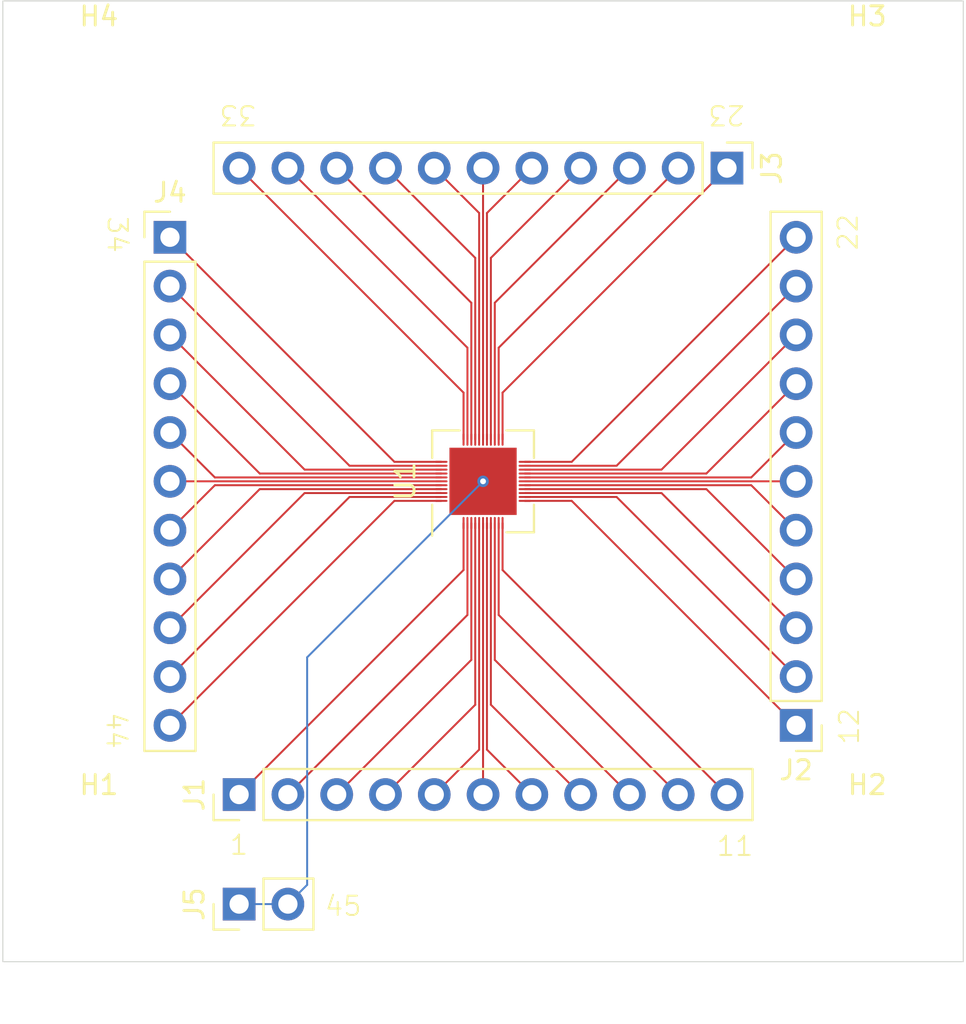
<source format=kicad_pcb>
(kicad_pcb (version 20240108) (generator "pcbnew") (generator_version "8.0")
  (layers (0 "F.Cu" signal) (31 "B.Cu" signal) (34 "B.Paste" user) (35 "F.Paste" user) (36 "B.SilkS" user "B.Silkscreen") (37 "F.SilkS" user "F.Silkscreen") (38 "B.Mask" user) (39 "F.Mask" user) (44 "Edge.Cuts" user))
  (net 0 "")
  (net 1 "Net-(J1-Pin_3)")
  (net 2 "Net-(J1-Pin_10)")
  (net 3 "Net-(J1-Pin_2)")
  (net 4 "Net-(J1-Pin_9)")
  (net 5 "Net-(J1-Pin_8)")
  (net 6 "Net-(J1-Pin_5)")
  (net 7 "Net-(J1-Pin_1)")
  (net 8 "Net-(J1-Pin_11)")
  (net 9 "Net-(J1-Pin_6)")
  (net 10 "Net-(J1-Pin_7)")
  (net 11 "Net-(J1-Pin_4)")
  (net 12 "Net-(J2-Pin_11)")
  (net 13 "Net-(J2-Pin_1)")
  (net 14 "Net-(J2-Pin_3)")
  (net 15 "Net-(J2-Pin_10)")
  (net 16 "Net-(J2-Pin_7)")
  (net 17 "Net-(J2-Pin_8)")
  (net 18 "Net-(J2-Pin_6)")
  (net 19 "Net-(J2-Pin_4)")
  (net 20 "Net-(J2-Pin_5)")
  (net 21 "Net-(J2-Pin_2)")
  (net 22 "Net-(J2-Pin_9)")
  (net 23 "Net-(J3-Pin_10)")
  (net 24 "Net-(J3-Pin_2)")
  (net 25 "Net-(J3-Pin_11)")
  (net 26 "Net-(J3-Pin_4)")
  (net 27 "Net-(J3-Pin_7)")
  (net 28 "Net-(J3-Pin_9)")
  (net 29 "Net-(J3-Pin_3)")
  (net 30 "Net-(J3-Pin_5)")
  (net 31 "Net-(J3-Pin_1)")
  (net 32 "Net-(J3-Pin_6)")
  (net 33 "Net-(J3-Pin_8)")
  (net 34 "Net-(J4-Pin_4)")
  (net 35 "Net-(J4-Pin_2)")
  (net 36 "Net-(J4-Pin_10)")
  (net 37 "Net-(J4-Pin_7)")
  (net 38 "Net-(J4-Pin_6)")
  (net 39 "Net-(J4-Pin_3)")
  (net 40 "Net-(J4-Pin_8)")
  (net 41 "Net-(J4-Pin_11)")
  (net 42 "Net-(J4-Pin_9)")
  (net 43 "Net-(J4-Pin_1)")
  (net 44 "Net-(J4-Pin_5)")
  (net 45 "Net-(J5-Pin_1)")
  (footprint "Connector_PinHeader_2.54mm:PinHeader_1x02_P2.54mm_Vertical" (layer "F.Cu") (at 137.3 122 90)
    (property "Reference" "J5" (at 0 -2.33 90) (layer "F.SilkS"))
    (property "Value" "Conn_01x02_Pin")
    (fp_line (start -1.33 -1.33) (end 0 -1.33) (stroke (width 0.12)) (layer "F.SilkS"))
    (fp_line (start -1.33 0) (end -1.33 -1.33) (stroke (width 0.12)) (layer "F.SilkS"))
    (fp_line (start 1.33 1.27) (end 1.33 3.87) (stroke (width 0.12)) (layer "F.SilkS"))
    (fp_line (start -1.33 1.27) (end 1.33 1.27) (stroke (width 0.12)) (layer "F.SilkS"))
    (fp_line (start -1.33 1.27) (end -1.33 3.87) (stroke (width 0.12)) (layer "F.SilkS"))
    (fp_line (start -1.33 3.87) (end 1.33 3.87) (stroke (width 0.12)) (layer "F.SilkS"))
    (pad "1" thru_hole rect (at 0 0 90) (size 1.7 1.7) (drill 1) (layers "*.Cu" "*.Mask") (net 45 "Net-(J5-Pin_1)"))
    (pad "2" thru_hole oval (at 0 2.54 90) (size 1.7 1.7) (drill 1) (layers "*.Cu" "*.Mask") (net 45 "Net-(J5-Pin_1)"))
  )
  (footprint "MountingHole:MountingHole_3.2mm_M3" (layer "F.Cu") (at 130 120)
    (property "Reference" "H1" (at 0 -4.2 0) (layer "F.SilkS"))
    (property "Value" "MountingHole")
    (pad "" np_thru_hole circle (at 0 0) (size 3.2 3.2) (drill 3.2) (layers "*.Cu" "*.Mask"))
  )
  (footprint "Connector_PinHeader_2.54mm:PinHeader_1x11_P2.54mm_Vertical" (layer "F.Cu") (at 133.7 87.3)
    (property "Reference" "J4" (at 0 -2.33 0) (layer "F.SilkS"))
    (property "Value" "Conn_01x11_Pin")
    (fp_line (start -1.33 -1.33) (end 0 -1.33) (stroke (width 0.12)) (layer "F.SilkS"))
    (fp_line (start -1.33 0) (end -1.33 -1.33) (stroke (width 0.12)) (layer "F.SilkS"))
    (fp_line (start -1.33 1.27) (end -1.33 26.73) (stroke (width 0.12)) (layer "F.SilkS"))
    (fp_line (start -1.33 1.27) (end 1.33 1.27) (stroke (width 0.12)) (layer "F.SilkS"))
    (fp_line (start -1.33 26.73) (end 1.33 26.73) (stroke (width 0.12)) (layer "F.SilkS"))
    (fp_line (start 1.33 1.27) (end 1.33 26.73) (stroke (width 0.12)) (layer "F.SilkS"))
    (pad "1" thru_hole rect (at 0 0) (size 1.7 1.7) (drill 1) (layers "*.Cu" "*.Mask") (net 43 "Net-(J4-Pin_1)"))
    (pad "2" thru_hole oval (at 0 2.54) (size 1.7 1.7) (drill 1) (layers "*.Cu" "*.Mask") (net 35 "Net-(J4-Pin_2)"))
    (pad "3" thru_hole oval (at 0 5.08) (size 1.7 1.7) (drill 1) (layers "*.Cu" "*.Mask") (net 39 "Net-(J4-Pin_3)"))
    (pad "4" thru_hole oval (at 0 7.62) (size 1.7 1.7) (drill 1) (layers "*.Cu" "*.Mask") (net 34 "Net-(J4-Pin_4)"))
    (pad "5" thru_hole oval (at 0 10.16) (size 1.7 1.7) (drill 1) (layers "*.Cu" "*.Mask") (net 44 "Net-(J4-Pin_5)"))
    (pad "6" thru_hole oval (at 0 12.7) (size 1.7 1.7) (drill 1) (layers "*.Cu" "*.Mask") (net 38 "Net-(J4-Pin_6)"))
    (pad "7" thru_hole oval (at 0 15.24) (size 1.7 1.7) (drill 1) (layers "*.Cu" "*.Mask") (net 37 "Net-(J4-Pin_7)"))
    (pad "8" thru_hole oval (at 0 17.78) (size 1.7 1.7) (drill 1) (layers "*.Cu" "*.Mask") (net 40 "Net-(J4-Pin_8)"))
    (pad "9" thru_hole oval (at 0 20.32) (size 1.7 1.7) (drill 1) (layers "*.Cu" "*.Mask") (net 42 "Net-(J4-Pin_9)"))
    (pad "10" thru_hole oval (at 0 22.86) (size 1.7 1.7) (drill 1) (layers "*.Cu" "*.Mask") (net 36 "Net-(J4-Pin_10)"))
    (pad "11" thru_hole oval (at 0 25.4) (size 1.7 1.7) (drill 1) (layers "*.Cu" "*.Mask") (net 41 "Net-(J4-Pin_11)"))
  )
  (footprint "Connector_PinHeader_2.54mm:PinHeader_1x11_P2.54mm_Vertical" (layer "F.Cu") (at 166.3 112.7 180)
    (property "Reference" "J2" (at 0 -2.33 0) (layer "F.SilkS"))
    (property "Value" "Conn_01x11_Pin")
    (fp_line (start 1.33 1.27) (end 1.33 26.73) (stroke (width 0.12)) (layer "F.SilkS"))
    (fp_line (start -1.33 26.73) (end 1.33 26.73) (stroke (width 0.12)) (layer "F.SilkS"))
    (fp_line (start -1.33 1.27) (end 1.33 1.27) (stroke (width 0.12)) (layer "F.SilkS"))
    (fp_line (start -1.33 1.27) (end -1.33 26.73) (stroke (width 0.12)) (layer "F.SilkS"))
    (fp_line (start -1.33 0) (end -1.33 -1.33) (stroke (width 0.12)) (layer "F.SilkS"))
    (fp_line (start -1.33 -1.33) (end 0 -1.33) (stroke (width 0.12)) (layer "F.SilkS"))
    (pad "1" thru_hole rect (at 0 0 180) (size 1.7 1.7) (drill 1) (layers "*.Cu" "*.Mask") (net 13 "Net-(J2-Pin_1)"))
    (pad "2" thru_hole oval (at 0 2.54 180) (size 1.7 1.7) (drill 1) (layers "*.Cu" "*.Mask") (net 21 "Net-(J2-Pin_2)"))
    (pad "3" thru_hole oval (at 0 5.08 180) (size 1.7 1.7) (drill 1) (layers "*.Cu" "*.Mask") (net 14 "Net-(J2-Pin_3)"))
    (pad "4" thru_hole oval (at 0 7.62 180) (size 1.7 1.7) (drill 1) (layers "*.Cu" "*.Mask") (net 19 "Net-(J2-Pin_4)"))
    (pad "5" thru_hole oval (at 0 10.16 180) (size 1.7 1.7) (drill 1) (layers "*.Cu" "*.Mask") (net 20 "Net-(J2-Pin_5)"))
    (pad "6" thru_hole oval (at 0 12.7 180) (size 1.7 1.7) (drill 1) (layers "*.Cu" "*.Mask") (net 18 "Net-(J2-Pin_6)"))
    (pad "7" thru_hole oval (at 0 15.24 180) (size 1.7 1.7) (drill 1) (layers "*.Cu" "*.Mask") (net 16 "Net-(J2-Pin_7)"))
    (pad "8" thru_hole oval (at 0 17.78 180) (size 1.7 1.7) (drill 1) (layers "*.Cu" "*.Mask") (net 17 "Net-(J2-Pin_8)"))
    (pad "9" thru_hole oval (at 0 20.32 180) (size 1.7 1.7) (drill 1) (layers "*.Cu" "*.Mask") (net 22 "Net-(J2-Pin_9)"))
    (pad "10" thru_hole oval (at 0 22.86 180) (size 1.7 1.7) (drill 1) (layers "*.Cu" "*.Mask") (net 15 "Net-(J2-Pin_10)"))
    (pad "11" thru_hole oval (at 0 25.4 180) (size 1.7 1.7) (drill 1) (layers "*.Cu" "*.Mask") (net 12 "Net-(J2-Pin_11)"))
  )
  (footprint "Connector_PinHeader_2.54mm:PinHeader_1x11_P2.54mm_Vertical" (layer "F.Cu") (at 162.7 83.7 -90)
    (property "Reference" "J3" (at 0 -2.33 90) (layer "F.SilkS"))
    (property "Value" "Conn_01x11_Pin")
    (fp_line (start -1.33 26.73) (end 1.33 26.73) (stroke (width 0.12)) (layer "F.SilkS"))
    (fp_line (start -1.33 1.27) (end -1.33 26.73) (stroke (width 0.12)) (layer "F.SilkS"))
    (fp_line (start -1.33 1.27) (end 1.33 1.27) (stroke (width 0.12)) (layer "F.SilkS"))
    (fp_line (start 1.33 1.27) (end 1.33 26.73) (stroke (width 0.12)) (layer "F.SilkS"))
    (fp_line (start -1.33 0) (end -1.33 -1.33) (stroke (width 0.12)) (layer "F.SilkS"))
    (fp_line (start -1.33 -1.33) (end 0 -1.33) (stroke (width 0.12)) (layer "F.SilkS"))
    (pad "1" thru_hole rect (at 0 0 270) (size 1.7 1.7) (drill 1) (layers "*.Cu" "*.Mask") (net 31 "Net-(J3-Pin_1)"))
    (pad "2" thru_hole oval (at 0 2.54 270) (size 1.7 1.7) (drill 1) (layers "*.Cu" "*.Mask") (net 24 "Net-(J3-Pin_2)"))
    (pad "3" thru_hole oval (at 0 5.08 270) (size 1.7 1.7) (drill 1) (layers "*.Cu" "*.Mask") (net 29 "Net-(J3-Pin_3)"))
    (pad "4" thru_hole oval (at 0 7.62 270) (size 1.7 1.7) (drill 1) (layers "*.Cu" "*.Mask") (net 26 "Net-(J3-Pin_4)"))
    (pad "5" thru_hole oval (at 0 10.16 270) (size 1.7 1.7) (drill 1) (layers "*.Cu" "*.Mask") (net 30 "Net-(J3-Pin_5)"))
    (pad "6" thru_hole oval (at 0 12.7 270) (size 1.7 1.7) (drill 1) (layers "*.Cu" "*.Mask") (net 32 "Net-(J3-Pin_6)"))
    (pad "7" thru_hole oval (at 0 15.24 270) (size 1.7 1.7) (drill 1) (layers "*.Cu" "*.Mask") (net 27 "Net-(J3-Pin_7)"))
    (pad "8" thru_hole oval (at 0 17.78 270) (size 1.7 1.7) (drill 1) (layers "*.Cu" "*.Mask") (net 33 "Net-(J3-Pin_8)"))
    (pad "9" thru_hole oval (at 0 20.32 270) (size 1.7 1.7) (drill 1) (layers "*.Cu" "*.Mask") (net 28 "Net-(J3-Pin_9)"))
    (pad "10" thru_hole oval (at 0 22.86 270) (size 1.7 1.7) (drill 1) (layers "*.Cu" "*.Mask") (net 23 "Net-(J3-Pin_10)"))
    (pad "11" thru_hole oval (at 0 25.4 270) (size 1.7 1.7) (drill 1) (layers "*.Cu" "*.Mask") (net 25 "Net-(J3-Pin_11)"))
  )
  (footprint "MountingHole:MountingHole_3.2mm_M3" (layer "F.Cu") (at 170 120)
    (property "Reference" "H2" (at 0 -4.2 0) (layer "F.SilkS"))
    (property "Value" "MountingHole")
    (pad "" np_thru_hole circle (at 0 0) (size 3.2 3.2) (drill 3.2) (layers "*.Cu" "*.Mask"))
  )
  (footprint "MountingHole:MountingHole_3.2mm_M3" (layer "F.Cu") (at 170 80)
    (property "Reference" "H3" (at 0 -4.2 0) (layer "F.SilkS"))
    (property "Value" "MountingHole")
    (pad "" np_thru_hole circle (at 0 0) (size 3.2 3.2) (drill 3.2) (layers "*.Cu" "*.Mask"))
  )
  (footprint "MountingHole:MountingHole_3.2mm_M3" (layer "F.Cu") (at 130 80)
    (property "Reference" "H4" (at 0 -4.2 0) (layer "F.SilkS"))
    (property "Value" "MountingHole")
    (pad "" np_thru_hole circle (at 0 0) (size 3.2 3.2) (drill 3.2) (layers "*.Cu" "*.Mask"))
  )
  (footprint "Connector_PinHeader_2.54mm:PinHeader_1x11_P2.54mm_Vertical" (layer "F.Cu") (at 137.3 116.3 90)
    (property "Reference" "J1" (at 0 -2.33 90) (layer "F.SilkS"))
    (property "Value" "Conn_01x11_Pin")
    (fp_line (start -1.33 -1.33) (end 0 -1.33) (stroke (width 0.12)) (layer "F.SilkS"))
    (fp_line (start -1.33 0) (end -1.33 -1.33) (stroke (width 0.12)) (layer "F.SilkS"))
    (fp_line (start 1.33 1.27) (end 1.33 26.73) (stroke (width 0.12)) (layer "F.SilkS"))
    (fp_line (start -1.33 1.27) (end 1.33 1.27) (stroke (width 0.12)) (layer "F.SilkS"))
    (fp_line (start -1.33 1.27) (end -1.33 26.73) (stroke (width 0.12)) (layer "F.SilkS"))
    (fp_line (start -1.33 26.73) (end 1.33 26.73) (stroke (width 0.12)) (layer "F.SilkS"))
    (pad "1" thru_hole rect (at 0 0 90) (size 1.7 1.7) (drill 1) (layers "*.Cu" "*.Mask") (net 7 "Net-(J1-Pin_1)"))
    (pad "2" thru_hole oval (at 0 2.54 90) (size 1.7 1.7) (drill 1) (layers "*.Cu" "*.Mask") (net 3 "Net-(J1-Pin_2)"))
    (pad "3" thru_hole oval (at 0 5.08 90) (size 1.7 1.7) (drill 1) (layers "*.Cu" "*.Mask") (net 1 "Net-(J1-Pin_3)"))
    (pad "4" thru_hole oval (at 0 7.62 90) (size 1.7 1.7) (drill 1) (layers "*.Cu" "*.Mask") (net 11 "Net-(J1-Pin_4)"))
    (pad "5" thru_hole oval (at 0 10.16 90) (size 1.7 1.7) (drill 1) (layers "*.Cu" "*.Mask") (net 6 "Net-(J1-Pin_5)"))
    (pad "6" thru_hole oval (at 0 12.7 90) (size 1.7 1.7) (drill 1) (layers "*.Cu" "*.Mask") (net 9 "Net-(J1-Pin_6)"))
    (pad "7" thru_hole oval (at 0 15.24 90) (size 1.7 1.7) (drill 1) (layers "*.Cu" "*.Mask") (net 10 "Net-(J1-Pin_7)"))
    (pad "8" thru_hole oval (at 0 17.78 90) (size 1.7 1.7) (drill 1) (layers "*.Cu" "*.Mask") (net 5 "Net-(J1-Pin_8)"))
    (pad "9" thru_hole oval (at 0 20.32 90) (size 1.7 1.7) (drill 1) (layers "*.Cu" "*.Mask") (net 4 "Net-(J1-Pin_9)"))
    (pad "10" thru_hole oval (at 0 22.86 90) (size 1.7 1.7) (drill 1) (layers "*.Cu" "*.Mask") (net 2 "Net-(J1-Pin_10)"))
    (pad "11" thru_hole oval (at 0 25.4 90) (size 1.7 1.7) (drill 1) (layers "*.Cu" "*.Mask") (net 8 "Net-(J1-Pin_11)"))
  )
  (footprint "OpenMPW-TR10:PAD-44_EP_5x5_Pitch0.2032mm" (layer "F.Cu") (at 150 100 90)
    (property "Reference" "U1" (at 0 -4.05 90) (layer "F.SilkS"))
    (property "Value" "TR10")
    (fp_line (start 2.65 -2.65) (end 2.65 -1.2192) (stroke (width 0.12)) (layer "F.SilkS"))
    (fp_line (start 1.2192 -2.65) (end 2.65 -2.65) (stroke (width 0.12)) (layer "F.SilkS"))
    (fp_line (start -1.2192 -2.65) (end -2.8242 -2.65) (stroke (width 0.12)) (layer "F.SilkS"))
    (fp_line (start 2.65 2.65) (end 2.65 1.2192) (stroke (width 0.12)) (layer "F.SilkS"))
    (fp_line (start 1.2192 2.65) (end 2.65 2.65) (stroke (width 0.12)) (layer "F.SilkS"))
    (fp_line (start -1.2192 2.65) (end -2.65 2.65) (stroke (width 0.12)) (layer "F.SilkS"))
    (fp_line (start -2.65 2.65) (end -2.65 1.2192) (stroke (width 0.12)) (layer "F.SilkS"))
    (pad "1" smd oval (at -2.1758 -1.016 180) (size 0.1016 0.6484) (layers "F.Cu" "F.Paste" "F.Mask") (net 7 "Net-(J1-Pin_1)"))
    (pad "2" smd oval (at -2.1758 -0.8128 180) (size 0.1016 0.6484) (layers "F.Cu" "F.Paste" "F.Mask") (net 3 "Net-(J1-Pin_2)"))
    (pad "3" smd oval (at -2.1758 -0.6096 180) (size 0.1016 0.6484) (layers "F.Cu" "F.Paste" "F.Mask") (net 1 "Net-(J1-Pin_3)"))
    (pad "4" smd oval (at -2.1758 -0.4064 180) (size 0.1016 0.6484) (layers "F.Cu" "F.Paste" "F.Mask") (net 11 "Net-(J1-Pin_4)"))
    (pad "5" smd oval (at -2.1758 -0.2032 180) (size 0.1016 0.6484) (layers "F.Cu" "F.Paste" "F.Mask") (net 6 "Net-(J1-Pin_5)"))
    (pad "6" smd oval (at -2.1758 0 180) (size 0.1016 0.6484) (layers "F.Cu" "F.Paste" "F.Mask") (net 9 "Net-(J1-Pin_6)"))
    (pad "7" smd oval (at -2.1758 0.2032 180) (size 0.1016 0.6484) (layers "F.Cu" "F.Paste" "F.Mask") (net 10 "Net-(J1-Pin_7)"))
    (pad "8" smd oval (at -2.1758 0.4064 180) (size 0.1016 0.6484) (layers "F.Cu" "F.Paste" "F.Mask") (net 5 "Net-(J1-Pin_8)"))
    (pad "9" smd oval (at -2.1758 0.6096 180) (size 0.1016 0.6484) (layers "F.Cu" "F.Paste" "F.Mask") (net 4 "Net-(J1-Pin_9)"))
    (pad "10" smd oval (at -2.1758 0.8128 180) (size 0.1016 0.6484) (layers "F.Cu" "F.Paste" "F.Mask") (net 2 "Net-(J1-Pin_10)"))
    (pad "11" smd oval (at -2.1758 1.016 180) (size 0.1016 0.6484) (layers "F.Cu" "F.Paste" "F.Mask") (net 8 "Net-(J1-Pin_11)"))
    (pad "12" smd oval (at -1.016 2.1758 90) (size 0.1016 0.6484) (layers "F.Cu" "F.Paste" "F.Mask") (net 13 "Net-(J2-Pin_1)"))
    (pad "13" smd oval (at -0.8128 2.1758 90) (size 0.1016 0.6484) (layers "F.Cu" "F.Paste" "F.Mask") (net 21 "Net-(J2-Pin_2)"))
    (pad "14" smd oval (at -0.6096 2.1758 90) (size 0.1016 0.6484) (layers "F.Cu" "F.Paste" "F.Mask") (net 14 "Net-(J2-Pin_3)"))
    (pad "15" smd oval (at -0.4064 2.1758 90) (size 0.1016 0.6484) (layers "F.Cu" "F.Paste" "F.Mask") (net 19 "Net-(J2-Pin_4)"))
    (pad "16" smd oval (at -0.2032 2.1758 90) (size 0.1016 0.6484) (layers "F.Cu" "F.Paste" "F.Mask") (net 20 "Net-(J2-Pin_5)"))
    (pad "17" smd oval (at 0 2.1758 90) (size 0.1016 0.6484) (layers "F.Cu" "F.Paste" "F.Mask") (net 18 "Net-(J2-Pin_6)"))
    (pad "18" smd oval (at 0.2032 2.1758 90) (size 0.1016 0.6484) (layers "F.Cu" "F.Paste" "F.Mask") (net 16 "Net-(J2-Pin_7)"))
    (pad "19" smd oval (at 0.4064 2.1758 90) (size 0.1016 0.6484) (layers "F.Cu" "F.Paste" "F.Mask") (net 17 "Net-(J2-Pin_8)"))
    (pad "20" smd oval (at 0.6096 2.1758 90) (size 0.1016 0.6484) (layers "F.Cu" "F.Paste" "F.Mask") (net 22 "Net-(J2-Pin_9)"))
    (pad "21" smd oval (at 0.8128 2.1758 90) (size 0.1016 0.6484) (layers "F.Cu" "F.Paste" "F.Mask") (net 15 "Net-(J2-Pin_10)"))
    (pad "22" smd oval (at 1.016 2.1758 90) (size 0.1016 0.6484) (layers "F.Cu" "F.Paste" "F.Mask") (net 12 "Net-(J2-Pin_11)"))
    (pad "23" smd oval (at 2.1758 1.016 180) (size 0.1016 0.6484) (layers "F.Cu" "F.Paste" "F.Mask") (net 31 "Net-(J3-Pin_1)"))
    (pad "24" smd oval (at 2.1758 0.8128 180) (size 0.1016 0.6484) (layers "F.Cu" "F.Paste" "F.Mask") (net 24 "Net-(J3-Pin_2)"))
    (pad "25" smd oval (at 2.1758 0.6096 180) (size 0.1016 0.6484) (layers "F.Cu" "F.Paste" "F.Mask") (net 29 "Net-(J3-Pin_3)"))
    (pad "26" smd oval (at 2.1758 0.4064 180) (size 0.1016 0.6484) (layers "F.Cu" "F.Paste" "F.Mask") (net 26 "Net-(J3-Pin_4)"))
    (pad "27" smd oval (at 2.1758 0.2032 180) (size 0.1016 0.6484) (layers "F.Cu" "F.Paste" "F.Mask") (net 30 "Net-(J3-Pin_5)"))
    (pad "28" smd oval (at 2.1758 0 180) (size 0.1016 0.6484) (layers "F.Cu" "F.Paste" "F.Mask") (net 32 "Net-(J3-Pin_6)"))
    (pad "29" smd oval (at 2.1758 -0.2032 180) (size 0.1016 0.6484) (layers "F.Cu" "F.Paste" "F.Mask") (net 27 "Net-(J3-Pin_7)"))
    (pad "30" smd oval (at 2.1758 -0.4064 180) (size 0.1016 0.6484) (layers "F.Cu" "F.Paste" "F.Mask") (net 33 "Net-(J3-Pin_8)"))
    (pad "31" smd oval (at 2.1758 -0.6096 180) (size 0.1016 0.6484) (layers "F.Cu" "F.Paste" "F.Mask") (net 28 "Net-(J3-Pin_9)"))
    (pad "32" smd oval (at 2.1758 -0.8128 180) (size 0.1016 0.6484) (layers "F.Cu" "F.Paste" "F.Mask") (net 23 "Net-(J3-Pin_10)"))
    (pad "33" smd oval (at 2.1758 -1.016 180) (size 0.1016 0.6484) (layers "F.Cu" "F.Paste" "F.Mask") (net 25 "Net-(J3-Pin_11)"))
    (pad "34" smd oval (at 1.016 -2.1758 90) (size 0.1016 0.6484) (layers "F.Cu" "F.Paste" "F.Mask") (net 43 "Net-(J4-Pin_1)"))
    (pad "35" smd oval (at 0.8128 -2.1758 90) (size 0.1016 0.6484) (layers "F.Cu" "F.Paste" "F.Mask") (net 35 "Net-(J4-Pin_2)"))
    (pad "36" smd oval (at 0.6096 -2.1758 90) (size 0.1016 0.6484) (layers "F.Cu" "F.Paste" "F.Mask") (net 39 "Net-(J4-Pin_3)"))
    (pad "37" smd oval (at 0.4064 -2.1758 90) (size 0.1016 0.6484) (layers "F.Cu" "F.Paste" "F.Mask") (net 34 "Net-(J4-Pin_4)"))
    (pad "38" smd oval (at 0.2032 -2.1758 90) (size 0.1016 0.6484) (layers "F.Cu" "F.Paste" "F.Mask") (net 44 "Net-(J4-Pin_5)"))
    (pad "39" smd oval (at 0 -2.1758 90) (size 0.1016 0.6484) (layers "F.Cu" "F.Paste" "F.Mask") (net 38 "Net-(J4-Pin_6)"))
    (pad "40" smd oval (at -0.2032 -2.1758 90) (size 0.1016 0.6484) (layers "F.Cu" "F.Paste" "F.Mask") (net 37 "Net-(J4-Pin_7)"))
    (pad "41" smd oval (at -0.4064 -2.1758 90) (size 0.1016 0.6484) (layers "F.Cu" "F.Paste" "F.Mask") (net 40 "Net-(J4-Pin_8)"))
    (pad "42" smd oval (at -0.6096 -2.1758 90) (size 0.1016 0.6484) (layers "F.Cu" "F.Paste" "F.Mask") (net 42 "Net-(J4-Pin_9)"))
    (pad "43" smd oval (at -0.8128 -2.1758 90) (size 0.1016 0.6484) (layers "F.Cu" "F.Paste" "F.Mask") (net 36 "Net-(J4-Pin_10)"))
    (pad "44" smd oval (at -1.016 -2.1758 90) (size 0.1016 0.6484) (layers "F.Cu" "F.Paste" "F.Mask") (net 41 "Net-(J4-Pin_11)"))
    (pad "45" smd rect (at 0 0 90) (size 3.5 3.5) (layers "F.Cu" "F.Mask") (net 45 "Net-(J5-Pin_1)"))
  )
  (gr_rect (start 125 75) (end 175 125) (stroke (width 0.05)) (fill none) (layer "Edge.Cuts"))
  (gr_text "33" (at 138.25 80.35 180) (layer "F.SilkS") (effects (font (size 1 1) (thickness 0.1)) (justify left bottom)))
  (gr_text "34" (at 130.38 86.14 270) (layer "F.SilkS") (effects (font (size 1 1) (thickness 0.1)) (justify left bottom)))
  (gr_text "22" (at 169.58 88.06 90) (layer "F.SilkS") (effects (font (size 1 1) (thickness 0.1)) (justify left bottom)))
  (gr_text "44" (at 130.32 111.95 270) (layer "F.SilkS") (effects (font (size 1 1) (thickness 0.1)) (justify left bottom)))
  (gr_text "12" (at 169.65 113.77 90) (layer "F.SilkS") (effects (font (size 1 1) (thickness 0.1)) (justify left bottom)))
  (gr_text "1" (at 136.75 119.51 0) (layer "F.SilkS") (effects (font (size 1 1) (thickness 0.1)) (justify left bottom)))
  (gr_text "11" (at 162.1 119.57 0) (layer "F.SilkS") (effects (font (size 1 1) (thickness 0.1)) (justify left bottom)))
  (gr_text "45" (at 141.7 122.69 0) (layer "F.SilkS") (effects (font (size 1 1) (thickness 0.1)) (justify left bottom)))
  (gr_text "23" (at 163.69 80.35 180) (layer "F.SilkS") (effects (font (size 1 1) (thickness 0.1)) (justify left bottom)))
  (segment (start 149.3904 109.2896) (end 142.38 116.3) (width 0.1016) (layer "F.Cu") (net 1))
  (segment (start 149.3904 102.1758) (end 149.3904 109.2896) (width 0.1016) (layer "F.Cu") (net 1))
  (segment (start 150.8128 106.9528) (end 160.16 116.3) (width 0.1016) (layer "F.Cu") (net 2))
  (segment (start 150.8128 102.1758) (end 150.8128 106.9528) (width 0.1016) (layer "F.Cu") (net 2))
  (segment (start 149.1872 102.1758) (end 149.1872 106.9528) (width 0.1016) (layer "F.Cu") (net 3))
  (segment (start 149.1872 106.9528) (end 139.84 116.3) (width 0.1016) (layer "F.Cu") (net 3))
  (segment (start 150.6096 102.1758) (end 150.6096 109.2896) (width 0.1016) (layer "F.Cu") (net 4))
  (segment (start 150.6096 109.2896) (end 157.62 116.3) (width 0.1016) (layer "F.Cu") (net 4))
  (segment (start 150.4064 111.6264) (end 155.08 116.3) (width 0.1016) (layer "F.Cu") (net 5))
  (segment (start 150.4064 102.1758) (end 150.4064 111.6264) (width 0.1016) (layer "F.Cu") (net 5))
  (segment (start 149.7968 102.1758) (end 149.7968 113.9632) (width 0.1016) (layer "F.Cu") (net 6))
  (segment (start 149.7968 113.9632) (end 147.46 116.3) (width 0.1016) (layer "F.Cu") (net 6))
  (segment (start 148.984 104.616) (end 137.3 116.3) (width 0.1016) (layer "F.Cu") (net 7))
  (segment (start 148.984 102.1758) (end 148.984 104.616) (width 0.1016) (layer "F.Cu") (net 7))
  (segment (start 151.016 102.1758) (end 151.016 104.616) (width 0.1016) (layer "F.Cu") (net 8))
  (segment (start 151.016 104.616) (end 162.7 116.3) (width 0.1016) (layer "F.Cu") (net 8))
  (segment (start 150 102.1758) (end 150 116.3) (width 0.1016) (layer "F.Cu") (net 9))
  (segment (start 150.2032 102.1758) (end 150.2032 113.9632) (width 0.1016) (layer "F.Cu") (net 10))
  (segment (start 150.2032 113.9632) (end 152.54 116.3) (width 0.1016) (layer "F.Cu") (net 10))
  (segment (start 149.5936 102.1758) (end 149.5936 111.6264) (width 0.1016) (layer "F.Cu") (net 11))
  (segment (start 149.5936 111.6264) (end 144.92 116.3) (width 0.1016) (layer "F.Cu") (net 11))
  (segment (start 152.1758 98.984) (end 154.616 98.984) (width 0.1016) (layer "F.Cu") (net 12))
  (segment (start 154.616 98.984) (end 166.3 87.3) (width 0.1016) (layer "F.Cu") (net 12))
  (segment (start 154.616 101.016) (end 166.3 112.7) (width 0.1016) (layer "F.Cu") (net 13))
  (segment (start 152.1758 101.016) (end 154.616 101.016) (width 0.1016) (layer "F.Cu") (net 13))
  (segment (start 152.1758 100.6096) (end 159.2896 100.6096) (width 0.1016) (layer "F.Cu") (net 14))
  (segment (start 159.2896 100.6096) (end 166.3 107.62) (width 0.1016) (layer "F.Cu") (net 14))
  (segment (start 156.9528 99.1872) (end 166.3 89.84) (width 0.1016) (layer "F.Cu") (net 15))
  (segment (start 152.1758 99.1872) (end 156.9528 99.1872) (width 0.1016) (layer "F.Cu") (net 15))
  (segment (start 152.1758 99.7968) (end 163.9632 99.7968) (width 0.1016) (layer "F.Cu") (net 16))
  (segment (start 163.9632 99.7968) (end 166.3 97.46) (width 0.1016) (layer "F.Cu") (net 16))
  (segment (start 152.1758 99.5936) (end 161.6264 99.5936) (width 0.1016) (layer "F.Cu") (net 17))
  (segment (start 161.6264 99.5936) (end 166.3 94.92) (width 0.1016) (layer "F.Cu") (net 17))
  (segment (start 152.1758 100) (end 166.3 100) (width 0.1016) (layer "F.Cu") (net 18))
  (segment (start 152.1758 100.4064) (end 161.6264 100.4064) (width 0.1016) (layer "F.Cu") (net 19))
  (segment (start 161.6264 100.4064) (end 166.3 105.08) (width 0.1016) (layer "F.Cu") (net 19))
  (segment (start 152.1758 100.2032) (end 163.9632 100.2032) (width 0.1016) (layer "F.Cu") (net 20))
  (segment (start 163.9632 100.2032) (end 166.3 102.54) (width 0.1016) (layer "F.Cu") (net 20))
  (segment (start 152.1758 100.8128) (end 156.9528 100.8128) (width 0.1016) (layer "F.Cu") (net 21))
  (segment (start 156.9528 100.8128) (end 166.3 110.16) (width 0.1016) (layer "F.Cu") (net 21))
  (segment (start 159.2896 99.3904) (end 166.3 92.38) (width 0.1016) (layer "F.Cu") (net 22))
  (segment (start 152.1758 99.3904) (end 159.2896 99.3904) (width 0.1016) (layer "F.Cu") (net 22))
  (segment (start 149.1872 97.8242) (end 149.1872 93.0472) (width 0.1016) (layer "F.Cu") (net 23))
  (segment (start 149.1872 93.0472) (end 139.84 83.7) (width 0.1016) (layer "F.Cu") (net 23))
  (segment (start 150.8128 97.8242) (end 150.8128 93.0472) (width 0.1016) (layer "F.Cu") (net 24))
  (segment (start 150.8128 93.0472) (end 160.16 83.7) (width 0.1016) (layer "F.Cu") (net 24))
  (segment (start 148.984 95.384) (end 137.3 83.7) (width 0.1016) (layer "F.Cu") (net 25))
  (segment (start 148.984 97.8242) (end 148.984 95.384) (width 0.1016) (layer "F.Cu") (net 25))
  (segment (start 150.4064 88.3736) (end 155.08 83.7) (width 0.1016) (layer "F.Cu") (net 26))
  (segment (start 150.4064 97.8242) (end 150.4064 88.3736) (width 0.1016) (layer "F.Cu") (net 26))
  (segment (start 149.7968 86.0368) (end 147.46 83.7) (width 0.1016) (layer "F.Cu") (net 27))
  (segment (start 149.7968 97.8242) (end 149.7968 86.0368) (width 0.1016) (layer "F.Cu") (net 27))
  (segment (start 149.3904 90.7104) (end 142.38 83.7) (width 0.1016) (layer "F.Cu") (net 28))
  (segment (start 149.3904 97.8242) (end 149.3904 90.7104) (width 0.1016) (layer "F.Cu") (net 28))
  (segment (start 150.6096 97.8242) (end 150.6096 90.7104) (width 0.1016) (layer "F.Cu") (net 29))
  (segment (start 150.6096 90.7104) (end 157.62 83.7) (width 0.1016) (layer "F.Cu") (net 29))
  (segment (start 150.2032 86.0368) (end 152.54 83.7) (width 0.1016) (layer "F.Cu") (net 30))
  (segment (start 150.2032 97.8242) (end 150.2032 86.0368) (width 0.1016) (layer "F.Cu") (net 30))
  (segment (start 151.016 95.384) (end 162.7 83.7) (width 0.1016) (layer "F.Cu") (net 31))
  (segment (start 151.016 97.8242) (end 151.016 95.384) (width 0.1016) (layer "F.Cu") (net 31))
  (segment (start 150 97.8242) (end 150 83.7) (width 0.1016) (layer "F.Cu") (net 32))
  (segment (start 149.5936 97.8242) (end 149.5936 88.3736) (width 0.1016) (layer "F.Cu") (net 33))
  (segment (start 149.5936 88.3736) (end 144.92 83.7) (width 0.1016) (layer "F.Cu") (net 33))
  (segment (start 138.3736 99.5936) (end 133.7 94.92) (width 0.1016) (layer "F.Cu") (net 34))
  (segment (start 147.8242 99.5936) (end 138.3736 99.5936) (width 0.1016) (layer "F.Cu") (net 34))
  (segment (start 147.8242 99.1872) (end 143.0472 99.1872) (width 0.1016) (layer "F.Cu") (net 35))
  (segment (start 143.0472 99.1872) (end 133.7 89.84) (width 0.1016) (layer "F.Cu") (net 35))
  (segment (start 143.0472 100.8128) (end 133.7 110.16) (width 0.1016) (layer "F.Cu") (net 36))
  (segment (start 147.8242 100.8128) (end 143.0472 100.8128) (width 0.1016) (layer "F.Cu") (net 36))
  (segment (start 147.8242 100.2032) (end 136.0368 100.2032) (width 0.1016) (layer "F.Cu") (net 37))
  (segment (start 136.0368 100.2032) (end 133.7 102.54) (width 0.1016) (layer "F.Cu") (net 37))
  (segment (start 147.8242 100) (end 133.7 100) (width 0.1016) (layer "F.Cu") (net 38))
  (segment (start 147.8242 99.3904) (end 140.7104 99.3904) (width 0.1016) (layer "F.Cu") (net 39))
  (segment (start 140.7104 99.3904) (end 133.7 92.38) (width 0.1016) (layer "F.Cu") (net 39))
  (segment (start 147.8242 100.4064) (end 138.3736 100.4064) (width 0.1016) (layer "F.Cu") (net 40))
  (segment (start 138.3736 100.4064) (end 133.7 105.08) (width 0.1016) (layer "F.Cu") (net 40))
  (segment (start 145.384 101.016) (end 133.7 112.7) (width 0.1016) (layer "F.Cu") (net 41))
  (segment (start 147.8242 101.016) (end 145.384 101.016) (width 0.1016) (layer "F.Cu") (net 41))
  (segment (start 147.8242 100.6096) (end 140.7104 100.6096) (width 0.1016) (layer "F.Cu") (net 42))
  (segment (start 140.7104 100.6096) (end 133.7 107.62) (width 0.1016) (layer "F.Cu") (net 42))
  (segment (start 145.384 98.984) (end 133.7 87.3) (width 0.1016) (layer "F.Cu") (net 43))
  (segment (start 147.8242 98.984) (end 145.384 98.984) (width 0.1016) (layer "F.Cu") (net 43))
  (segment (start 136.0368 99.7968) (end 133.7 97.46) (width 0.1016) (layer "F.Cu") (net 44))
  (segment (start 147.8242 99.7968) (end 136.0368 99.7968) (width 0.1016) (layer "F.Cu") (net 44))
  (via (at 150 100) (size 0.6) (drill 0.3) (layers "F.Cu" "B.Cu") (net 45))
  (segment (start 140.8424 120.9976) (end 139.84 122) (width 0.1016) (layer "B.Cu") (net 45))
  (segment (start 150 100) (end 140.8424 109.1576) (width 0.1016) (layer "B.Cu") (net 45))
  (segment (start 137.3 122) (end 139.84 122) (width 0.1016) (layer "B.Cu") (net 45))
  (segment (start 140.8424 109.1576) (end 140.8424 120.9976) (width 0.1016) (layer "B.Cu") (net 45))
)
</source>
